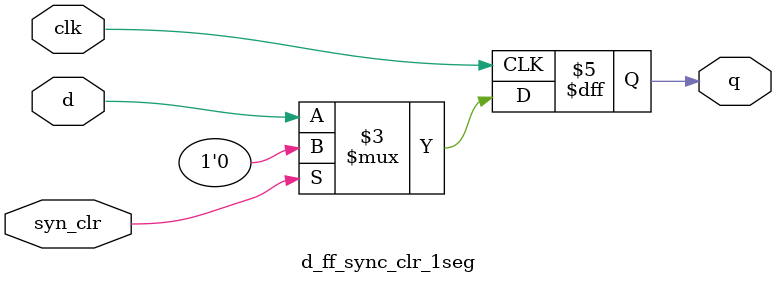
<source format=sv>
module d_ff_sync_clr_1seg
   (
    input  logic clk,
    input  logic syn_clr,
    input  logic d,
    output logic q
   );

   // body
   always_ff @(posedge clk)
      if (syn_clr)
         q <= 1'b0;
      else
         q <= d;
endmodule
</source>
